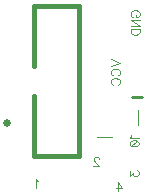
<source format=gbr>
G04 DipTrace 3.1.0.1*
G04 BottomSilk.gbr*
%MOIN*%
G04 #@! TF.FileFunction,Legend,Bot*
G04 #@! TF.Part,Single*
%ADD10C,0.009843*%
%ADD14C,0.003937*%
%ADD17C,0.024995*%
%ADD18C,0.015748*%
%ADD45C,0.004632*%
%FSLAX26Y26*%
G04*
G70*
G90*
G75*
G01*
G04 BotSilk*
%LPD*%
D17*
X368797Y655807D3*
X456311Y743307D2*
D18*
Y543307D1*
X606314D1*
Y1043307D1*
X456311D1*
Y843307D1*
X816929Y742913D2*
D10*
X785433D1*
X804331Y699606D2*
D14*
Y648425D1*
X667717Y607874D2*
X718898D1*
X787205Y1008319D2*
D45*
X784353Y1009745D1*
X781468Y1012630D1*
X780042Y1015482D1*
Y1021219D1*
X781468Y1024104D1*
X784353Y1026956D1*
X787205Y1028415D1*
X791516Y1029841D1*
X798712D1*
X802990Y1028415D1*
X805875Y1026956D1*
X808727Y1024104D1*
X810186Y1021219D1*
Y1015482D1*
X808727Y1012630D1*
X805875Y1009745D1*
X802990Y1008319D1*
X798712D1*
Y1015482D1*
X780042Y978959D2*
X810186D1*
X780042Y999055D1*
X810186D1*
X780042Y969696D2*
X810186D1*
Y959648D1*
X808727Y955337D1*
X805875Y952452D1*
X802990Y951026D1*
X798712Y949600D1*
X791516D1*
X787205Y951026D1*
X784353Y952452D1*
X781468Y955337D1*
X780042Y959648D1*
Y969696D1*
X714295Y867189D2*
X744439Y855715D1*
X714295Y844241D1*
X721458Y813456D2*
X718606Y814882D1*
X715721Y817767D1*
X714295Y820619D1*
Y826356D1*
X715721Y829241D1*
X718606Y832093D1*
X721458Y833552D1*
X725769Y834978D1*
X732965D1*
X737243Y833552D1*
X740128Y832093D1*
X742980Y829241D1*
X744439Y826356D1*
Y820619D1*
X742980Y817767D1*
X740128Y814882D1*
X737243Y813456D1*
X721458Y782670D2*
X718606Y784096D1*
X715721Y786981D1*
X714295Y789833D1*
Y795570D1*
X715721Y798455D1*
X718606Y801307D1*
X721458Y802766D1*
X725769Y804192D1*
X732965D1*
X737243Y802766D1*
X740128Y801307D1*
X742980Y798455D1*
X744439Y795570D1*
Y789833D1*
X742980Y786981D1*
X740128Y784096D1*
X737243Y782670D1*
X782663Y613320D2*
X781204Y610435D1*
X776926Y606124D1*
X807037D1*
X776926Y588239D2*
X778352Y592550D1*
X782663Y595435D1*
X789826Y596861D1*
X794137D1*
X801300Y595435D1*
X805611Y592550D1*
X807037Y588239D1*
Y585387D1*
X805611Y581076D1*
X801300Y578224D1*
X794137Y576765D1*
X789826D1*
X782663Y578224D1*
X778352Y581076D1*
X776926Y585387D1*
Y588239D1*
X782663Y578224D2*
X801300Y595435D1*
X738600Y429379D2*
Y459490D1*
X752959Y439427D1*
X731437D1*
X776533Y494369D2*
Y478618D1*
X788007Y487207D1*
Y482896D1*
X789432Y480044D1*
X790858Y478618D1*
X795169Y477159D1*
X798021D1*
X802332Y478618D1*
X805217Y481470D1*
X806643Y485781D1*
Y490092D1*
X805217Y494369D1*
X803758Y495795D1*
X800906Y497254D1*
X674483Y534610D2*
Y536036D1*
X673057Y538921D1*
X671631Y540347D1*
X668746Y541773D1*
X663009D1*
X660157Y540347D1*
X658731Y538921D1*
X657272Y536036D1*
Y533184D1*
X658731Y530299D1*
X661583Y526021D1*
X675942Y511662D1*
X655846D1*
X472097Y461233D2*
X469212Y462692D1*
X464901Y466970D1*
Y436859D1*
M02*

</source>
